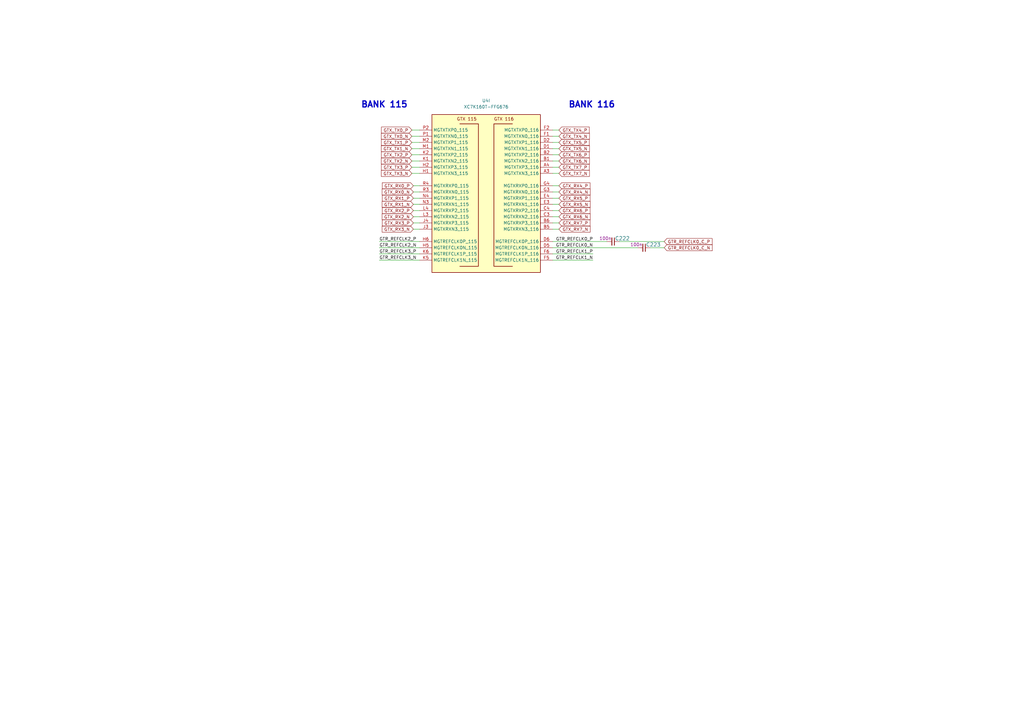
<source format=kicad_sch>
(kicad_sch (version 20211123) (generator eeschema)
  (paper "A3")
  (title_block (title "SO-DIMM DDR5 Tester") (date "2024-01-10") (rev "1.1.0") (comment 1 "www.antmicro.com") (comment 2 "Antmicro Ltd"))
  (wire (pts (xy 172.085 68.58) (xy 168.91 68.58)))
  (wire (pts (xy 172.085 91.44) (xy 169.545 91.44)))
  (wire (pts (xy 229.235 78.74) (xy 226.695 78.74)))
  (wire (pts (xy 229.235 55.88) (xy 226.695 55.88)))
  (wire (pts (xy 229.235 93.98) (xy 226.695 93.98)))
  (wire (pts (xy 229.235 60.96) (xy 226.695 60.96)))
  (wire (pts (xy 243.205 104.14) (xy 226.695 104.14)))
  (wire (pts (xy 261.62 101.6) (xy 226.695 101.6)))
  (wire (pts (xy 248.92 99.06) (xy 226.695 99.06)))
  (wire (pts (xy 229.235 53.34) (xy 226.695 53.34)))
  (wire (pts (xy 229.235 86.36) (xy 226.695 86.36)))
  (wire (pts (xy 229.235 66.04) (xy 226.695 66.04)))
  (wire (pts (xy 172.085 93.98) (xy 169.545 93.98)))
  (wire (pts (xy 172.085 81.28) (xy 169.545 81.28)))
  (wire (pts (xy 243.205 106.68) (xy 226.695 106.68)))
  (wire (pts (xy 229.235 68.58) (xy 226.695 68.58)))
  (wire (pts (xy 172.085 53.34) (xy 168.91 53.34)))
  (wire (pts (xy 229.235 88.9) (xy 226.695 88.9)))
  (wire (pts (xy 172.085 76.2) (xy 169.545 76.2)))
  (wire (pts (xy 172.085 104.14) (xy 155.575 104.14)))
  (wire (pts (xy 172.085 106.68) (xy 155.575 106.68)))
  (wire (pts (xy 172.085 86.36) (xy 169.545 86.36)))
  (wire (pts (xy 172.085 60.96) (xy 168.91 60.96)))
  (wire (pts (xy 172.085 71.12) (xy 168.91 71.12)))
  (wire (pts (xy 172.085 63.5) (xy 168.91 63.5)))
  (wire (pts (xy 172.085 101.6) (xy 155.575 101.6)))
  (wire (pts (xy 172.085 66.04) (xy 168.91 66.04)))
  (wire (pts (xy 172.085 78.74) (xy 169.545 78.74)))
  (wire (pts (xy 272.415 99.06) (xy 254 99.06)))
  (wire (pts (xy 172.085 58.42) (xy 168.91 58.42)))
  (wire (pts (xy 172.085 99.06) (xy 155.575 99.06)))
  (wire (pts (xy 172.085 55.88) (xy 168.91 55.88)))
  (wire (pts (xy 229.235 83.82) (xy 226.695 83.82)))
  (wire (pts (xy 229.235 81.28) (xy 226.695 81.28)))
  (wire (pts (xy 229.235 63.5) (xy 226.695 63.5)))
  (wire (pts (xy 172.085 83.82) (xy 169.545 83.82)))
  (wire (pts (xy 229.235 76.2) (xy 226.695 76.2)))
  (wire (pts (xy 229.235 71.12) (xy 226.695 71.12)))
  (wire (pts (xy 172.085 88.9) (xy 169.545 88.9)))
  (wire (pts (xy 272.415 101.6) (xy 266.7 101.6)))
  (wire (pts (xy 229.235 91.44) (xy 226.695 91.44)))
  (wire (pts (xy 229.235 58.42) (xy 226.695 58.42)))
  (text "BANK 115" (at 147.955 44.45 0) (effects (font (size 2.4892 2.4892) (thickness 0.4978) bold) (justify left bottom)))
  (text "BANK 116" (at 233.045 44.45 0) (effects (font (size 2.4892 2.4892) (thickness 0.4978) bold) (justify left bottom)))
  (label "GTR_REFCLK3_P" (at 155.575 104.14 0))
  (label "GTR_REFCLK3_N" (at 155.575 106.68 0))
  (label "GTR_REFCLK2_N" (at 155.575 101.6 0))
  (label "GTR_REFCLK1_N" (at 243.205 106.68 180))
  (label "GTR_REFCLK0_P" (at 243.205 99.06 180))
  (label "GTR_REFCLK1_P" (at 243.205 104.14 180))
  (label "GTR_REFCLK2_P" (at 155.575 99.06 0))
  (label "GTR_REFCLK0_N" (at 243.205 101.6 180))
  (global_label "GTX_TX2_P" (shape input) (at 168.91 63.5 180) (property "Intersheet References" "${INTERSHEET_REFS}" (effects hide)))
  (global_label "GTX_TX5_P" (shape input) (at 229.235 58.42 0) (property "Intersheet References" "${INTERSHEET_REFS}" (effects hide)))
  (global_label "GTR_REFCLK0_C_N" (shape input) (at 272.415 101.6 0) (property "Intersheet References" "${INTERSHEET_REFS}" (effects hide)))
  (global_label "GTX_TX4_N" (shape input) (at 229.235 55.88 0) (property "Intersheet References" "${INTERSHEET_REFS}" (effects hide)))
  (global_label "GTX_TX5_N" (shape input) (at 229.235 60.96 0) (property "Intersheet References" "${INTERSHEET_REFS}" (effects hide)))
  (global_label "GTX_RX7_P" (shape input) (at 229.235 91.44 0) (property "Intersheet References" "${INTERSHEET_REFS}" (effects hide)))
  (global_label "GTX_TX4_P" (shape input) (at 229.235 53.34 0) (property "Intersheet References" "${INTERSHEET_REFS}" (effects hide)))
  (global_label "GTX_RX1_P" (shape input) (at 169.545 81.28 180) (property "Intersheet References" "${INTERSHEET_REFS}" (effects hide)))
  (global_label "GTX_RX1_N" (shape input) (at 169.545 83.82 180) (property "Intersheet References" "${INTERSHEET_REFS}" (effects hide)))
  (global_label "GTX_RX3_P" (shape input) (at 169.545 91.44 180) (property "Intersheet References" "${INTERSHEET_REFS}" (effects hide)))
  (global_label "GTX_TX7_N" (shape input) (at 229.235 71.12 0) (property "Intersheet References" "${INTERSHEET_REFS}" (effects hide)))
  (global_label "GTX_RX0_N" (shape input) (at 169.545 78.74 180) (property "Intersheet References" "${INTERSHEET_REFS}" (effects hide)))
  (global_label "GTX_RX5_P" (shape input) (at 229.235 81.28 0) (property "Intersheet References" "${INTERSHEET_REFS}" (effects hide)))
  (global_label "GTR_REFCLK0_C_P" (shape input) (at 272.415 99.06 0) (property "Intersheet References" "${INTERSHEET_REFS}" (effects hide)))
  (global_label "GTX_TX6_P" (shape input) (at 229.235 63.5 0) (property "Intersheet References" "${INTERSHEET_REFS}" (effects hide)))
  (global_label "GTX_RX4_N" (shape input) (at 229.235 78.74 0) (property "Intersheet References" "${INTERSHEET_REFS}" (effects hide)))
  (global_label "GTX_RX5_N" (shape input) (at 229.235 83.82 0) (property "Intersheet References" "${INTERSHEET_REFS}" (effects hide)))
  (global_label "GTX_RX2_N" (shape input) (at 169.545 88.9 180) (property "Intersheet References" "${INTERSHEET_REFS}" (effects hide)))
  (global_label "GTX_TX7_P" (shape input) (at 229.235 68.58 0) (property "Intersheet References" "${INTERSHEET_REFS}" (effects hide)))
  (global_label "GTX_TX1_N" (shape input) (at 168.91 60.96 180) (property "Intersheet References" "${INTERSHEET_REFS}" (effects hide)))
  (global_label "GTX_RX4_P" (shape input) (at 229.235 76.2 0) (property "Intersheet References" "${INTERSHEET_REFS}" (effects hide)))
  (global_label "GTX_RX3_N" (shape input) (at 169.545 93.98 180) (property "Intersheet References" "${INTERSHEET_REFS}" (effects hide)))
  (global_label "GTX_TX0_P" (shape input) (at 168.91 53.34 180) (property "Intersheet References" "${INTERSHEET_REFS}" (effects hide)))
  (global_label "GTX_RX2_P" (shape input) (at 169.545 86.36 180) (property "Intersheet References" "${INTERSHEET_REFS}" (effects hide)))
  (global_label "GTX_TX3_N" (shape input) (at 168.91 71.12 180) (property "Intersheet References" "${INTERSHEET_REFS}" (effects hide)))
  (global_label "GTX_RX0_P" (shape input) (at 169.545 76.2 180) (property "Intersheet References" "${INTERSHEET_REFS}" (effects hide)))
  (global_label "GTX_TX3_P" (shape input) (at 168.91 68.58 180) (property "Intersheet References" "${INTERSHEET_REFS}" (effects hide)))
  (global_label "GTX_TX0_N" (shape input) (at 168.91 55.88 180) (property "Intersheet References" "${INTERSHEET_REFS}" (effects hide)))
  (global_label "GTX_TX1_P" (shape input) (at 168.91 58.42 180) (property "Intersheet References" "${INTERSHEET_REFS}" (effects hide)))
  (global_label "GTX_TX2_N" (shape input) (at 168.91 66.04 180) (property "Intersheet References" "${INTERSHEET_REFS}" (effects hide)))
  (global_label "GTX_TX6_N" (shape input) (at 229.235 66.04 0) (property "Intersheet References" "${INTERSHEET_REFS}" (effects hide)))
  (global_label "GTX_RX6_N" (shape input) (at 229.235 88.9 0) (property "Intersheet References" "${INTERSHEET_REFS}" (effects hide)))
  (global_label "GTX_RX7_N" (shape input) (at 229.235 93.98 0) (property "Intersheet References" "${INTERSHEET_REFS}" (effects hide)))
  (global_label "GTX_RX6_P" (shape input) (at 229.235 86.36 0) (property "Intersheet References" "${INTERSHEET_REFS}" (effects hide)))
  (symbol (lib_id "sodimm-ddr5-tester:C_100n_0402") (at 254 99.06 0) (mirror y) (unit 1)
    (property "Reference" "C222" (at 255.27 97.79 0) (effects (font (size 1.524 1.524))))
    (property "Value" "C_100n_0402" (effects hide))
    (property "Footprint" "sodimm-ddr5-tester-footprints:C_0402_1005Metric" (effects hide))
    (property "Datasheet" "https://search.murata.co.jp/Ceramy/image/img/A01X/G101/ENG/GRM155R61H104KE14-01.pdf" (effects hide))
    (property "Manufacturer" "Murata" (effects hide))
    (property "MPN" "GRM155R61H104KE14D" (effects hide))
    (property "Val" "100n" (at 248.285 97.79 0))
    (property "License" "Apache-2.0" (effects hide))
    (property "Author" "Antmicro" (effects hide))
    (property "Voltage" "50V" (effects hide))
    (property "Dielectric" "X5R" (effects hide))
  )
  (symbol (lib_id "sodimm-ddr5-tester:XC7K160T-FFG676") (at 172.085 53.34 0) (unit 9)
    (property "Reference" "U4" (at 199.39 41.275 0))
    (property "Value" "XC7K160T-FFG676" (at 199.39 43.815 0))
    (property "Footprint" "sodimm-ddr5-tester-footprints:BGA-676_27x27mm_Layout26x26_P1X1mm" (effects hide))
    (property "Datasheet" "https://docs.xilinx.com/v/u/en-US/ds180_7Series_Overview" (effects hide))
    (property "MPN" "XC7K160T-FFG676" (effects hide))
    (property "Author" "Antmicro" (effects hide))
    (property "License" "Apache-2.0" (effects hide))
    (property "Manufacturer" "Xilinx" (effects hide))
  )
  (symbol (lib_id "sodimm-ddr5-tester:C_100n_0402") (at 266.7 101.6 0) (mirror y) (unit 1)
    (property "Reference" "C223" (at 267.97 100.33 0) (effects (font (size 1.524 1.524))))
    (property "Value" "C_100n_0402" (effects hide))
    (property "Footprint" "sodimm-ddr5-tester-footprints:C_0402_1005Metric" (effects hide))
    (property "Datasheet" "https://search.murata.co.jp/Ceramy/image/img/A01X/G101/ENG/GRM155R61H104KE14-01.pdf" (effects hide))
    (property "Manufacturer" "Murata" (effects hide))
    (property "MPN" "GRM155R61H104KE14D" (effects hide))
    (property "Val" "100n" (at 260.985 100.33 0))
    (property "License" "Apache-2.0" (effects hide))
    (property "Author" "Antmicro" (effects hide))
    (property "Voltage" "50V" (effects hide))
    (property "Dielectric" "X5R" (effects hide))
  )
)
</source>
